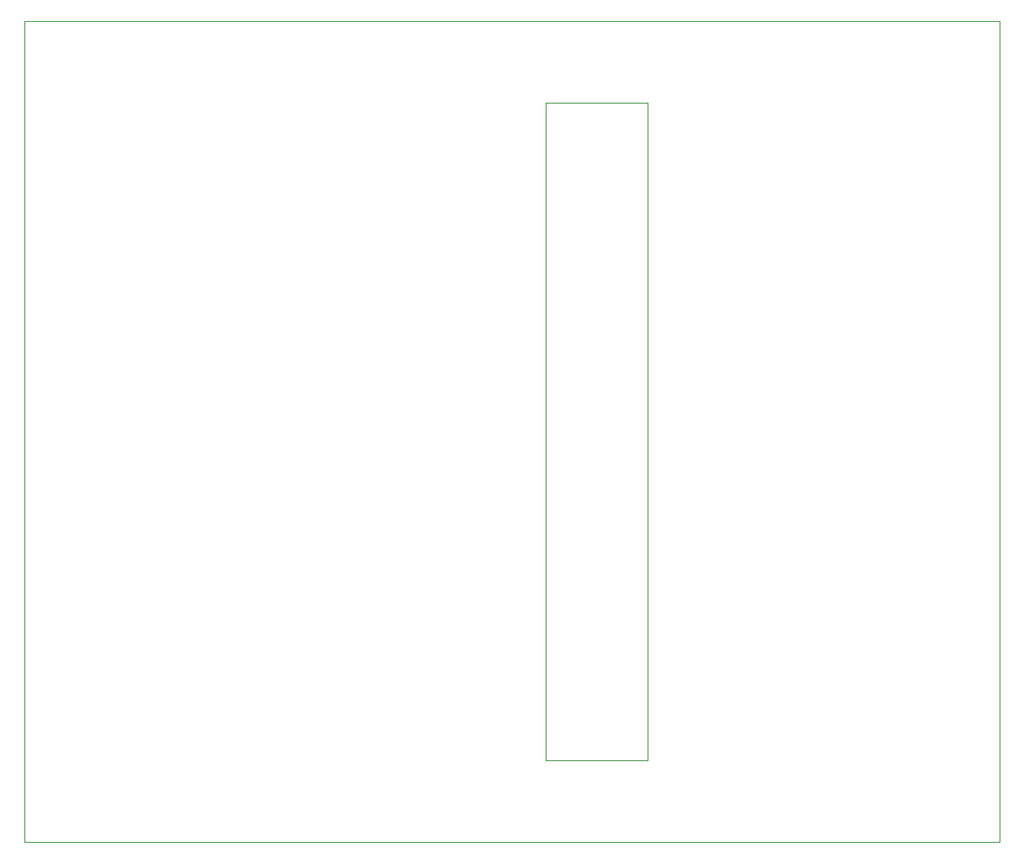
<source format=gbr>
G04 #@! TF.GenerationSoftware,KiCad,Pcbnew,(5.1.2)-2*
G04 #@! TF.CreationDate,2021-04-07T22:22:05-04:00*
G04 #@! TF.ProjectId,Magnetometer_A,4d61676e-6574-46f6-9d65-7465725f412e,rev?*
G04 #@! TF.SameCoordinates,Original*
G04 #@! TF.FileFunction,Profile,NP*
%FSLAX46Y46*%
G04 Gerber Fmt 4.6, Leading zero omitted, Abs format (unit mm)*
G04 Created by KiCad (PCBNEW (5.1.2)-2) date 2021-04-07 22:22:05*
%MOMM*%
%LPD*%
G04 APERTURE LIST*
%ADD10C,0.050000*%
G04 APERTURE END LIST*
D10*
X137060000Y-115910000D02*
X39060000Y-115910000D01*
X137060000Y-33310000D02*
X137060000Y-115910000D01*
X137060000Y-33310000D02*
X39060000Y-33310000D01*
X39060000Y-115910000D02*
X39060000Y-33310000D01*
X101660000Y-41510000D02*
X101660000Y-107710000D01*
X91460000Y-41510000D02*
X101660000Y-41510000D01*
X91460000Y-107710000D02*
X91460000Y-41510000D01*
X101660000Y-107710000D02*
X91460000Y-107710000D01*
M02*

</source>
